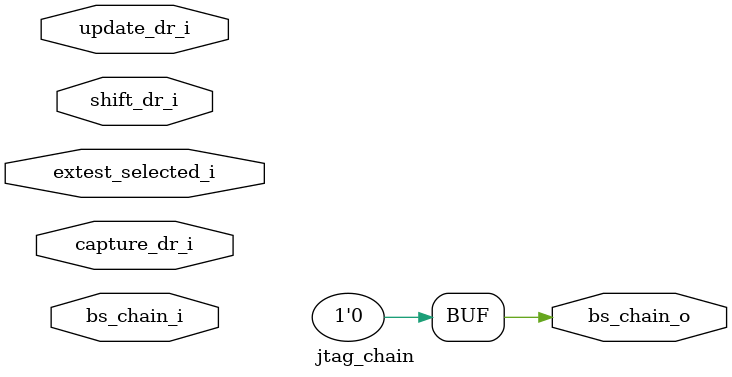
<source format=v>

`include "timescale.v"
// synopsys translate_on
`include "dbg_defines.v"

// Top module
module jtag_chain   ( capture_dr_i, shift_dr_i, update_dr_i, extest_selected_i, 
                      bs_chain_i,   bs_chain_o
                    );

parameter Tp = 1;


input   capture_dr_i;
input   shift_dr_i;
input   update_dr_i;
input   extest_selected_i;
input   bs_chain_i;

output  bs_chain_o;

assign  bs_chain_o = 0;

endmodule

</source>
